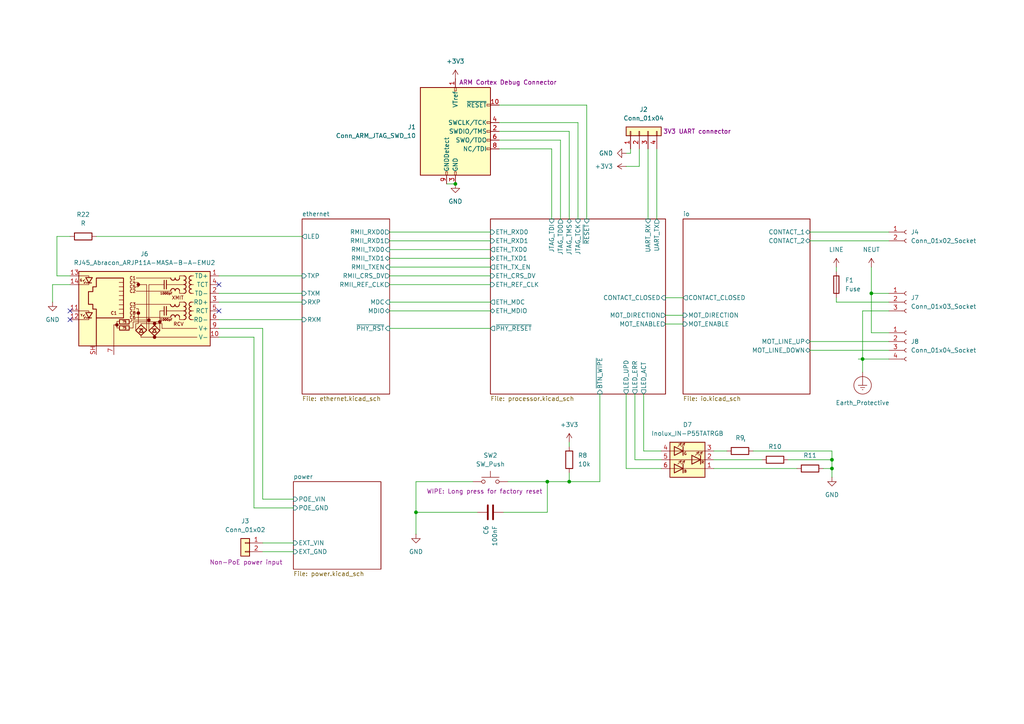
<source format=kicad_sch>
(kicad_sch (version 20250114) (generator "eeschema") (generator_version "9.0")
  (paper "A4")
  (title_block (title "iot-contact"))
  (lib_symbols
    (symbol "Connector:Conn_01x02_Socket" (pin_names (offset 1.016) (hide yes))
      (property "Reference" "J" (at 0 2.54 0))
      (property "Value" "Conn_01x02_Socket" (at 0 -5.08 0))
      (symbol "Conn_01x02_Socket_1_1"
        (polyline (pts (xy -1.27 0) (xy -0.508 0)) (stroke (width 0.1524)))
        (polyline (pts (xy -1.27 -2.54) (xy -0.508 -2.54)) (stroke (width 0.1524)))
        (arc (start 0 -0.508) (mid -0.5058 0) (end 0 0.508) (stroke (width 0.1524)))
        (arc (start 0 -3.048) (mid -0.5058 -2.54) (end 0 -2.032) (stroke (width 0.1524)))
        (pin passive line (at -5.08 0 0) (length 3.81) (name "Pin_1") (number "1"))
        (pin passive line (at -5.08 -2.54 0) (length 3.81) (name "Pin_2") (number "2"))
      )
    )
    (symbol "Connector:Conn_01x03_Socket" (pin_names (offset 1.016) (hide yes))
      (property "Reference" "J" (at 0 5.08 0))
      (property "Value" "Conn_01x03_Socket" (at 0 -5.08 0))
      (symbol "Conn_01x03_Socket_1_1"
        (polyline (pts (xy -1.27 2.54) (xy -0.508 2.54)) (stroke (width 0.1524)))
        (polyline (pts (xy -1.27 0) (xy -0.508 0)) (stroke (width 0.1524)))
        (polyline (pts (xy -1.27 -2.54) (xy -0.508 -2.54)) (stroke (width 0.1524)))
        (arc (start 0 2.032) (mid -0.5058 2.54) (end 0 3.048) (stroke (width 0.1524)))
        (arc (start 0 -0.508) (mid -0.5058 0) (end 0 0.508) (stroke (width 0.1524)))
        (arc (start 0 -3.048) (mid -0.5058 -2.54) (end 0 -2.032) (stroke (width 0.1524)))
        (pin passive line (at -5.08 2.54 0) (length 3.81) (name "Pin_1") (number "1"))
        (pin passive line (at -5.08 0 0) (length 3.81) (name "Pin_2") (number "2"))
        (pin passive line (at -5.08 -2.54 0) (length 3.81) (name "Pin_3") (number "3"))
      )
    )
    (symbol "Connector:Conn_01x04_Socket" (pin_names (offset 1.016) (hide yes))
      (property "Reference" "J" (at 0 5.08 0))
      (property "Value" "Conn_01x04_Socket" (at 0 -7.62 0))
      (symbol "Conn_01x04_Socket_1_1"
        (polyline (pts (xy -1.27 2.54) (xy -0.508 2.54)) (stroke (width 0.1524)))
        (polyline (pts (xy -1.27 0) (xy -0.508 0)) (stroke (width 0.1524)))
        (polyline (pts (xy -1.27 -2.54) (xy -0.508 -2.54)) (stroke (width 0.1524)))
        (polyline (pts (xy -1.27 -5.08) (xy -0.508 -5.08)) (stroke (width 0.1524)))
        (arc (start 0 2.032) (mid -0.5058 2.54) (end 0 3.048) (stroke (width 0.1524)))
        (arc (start 0 -0.508) (mid -0.5058 0) (end 0 0.508) (stroke (width 0.1524)))
        (arc (start 0 -3.048) (mid -0.5058 -2.54) (end 0 -2.032) (stroke (width 0.1524)))
        (arc (start 0 -5.588) (mid -0.5058 -5.08) (end 0 -4.572) (stroke (width 0.1524)))
        (pin passive line (at -5.08 2.54 0) (length 3.81) (name "Pin_1") (number "1"))
        (pin passive line (at -5.08 0 0) (length 3.81) (name "Pin_2") (number "2"))
        (pin passive line (at -5.08 -2.54 0) (length 3.81) (name "Pin_3") (number "3"))
        (pin passive line (at -5.08 -5.08 0) (length 3.81) (name "Pin_4") (number "4"))
      )
    )
    (symbol "Connector:Conn_ARM_JTAG_SWD_10" (pin_names (offset 1.016))
      (property "Reference" "J" (at -2.54 16.51 0))
      (property "Value" "Conn_ARM_JTAG_SWD_10" (at -2.54 13.97 0))
      (symbol "Conn_ARM_JTAG_SWD_10_0_1"
        (rectangle (start -10.16 12.7) (end 10.16 -12.7) (stroke (width 0.254)) (fill (type background)))
        (rectangle (start -2.794 -12.7) (end -2.286 -11.684))
        (rectangle (start -0.254 12.7) (end 0.254 11.684))
        (rectangle (start -0.254 -12.7) (end 0.254 -11.684))
        (rectangle (start 9.144 2.286) (end 10.16 2.794))
        (rectangle (start 10.16 7.874) (end 9.144 7.366))
        (rectangle (start 10.16 -0.254) (end 9.144 0.254))
        (rectangle (start 10.16 -2.794) (end 9.144 -2.286))
      )
      (symbol "Conn_ARM_JTAG_SWD_10_1_1"
        (rectangle (start 9.144 -5.334) (end 10.16 -4.826))
        (pin no_connect line (at -10.16 0 0) (length 2.54) (hide yes) (name "KEY") (number "7"))
        (pin passive line (at -2.54 -15.24 90) (length 2.54) (name "GNDDetect") (number "9"))
        (pin power_in line (at 0 15.24 270) (length 2.54) (name "VTref") (number "1"))
        (pin power_in line (at 0 -15.24 90) (length 2.54) (name "GND") (number "3"))
        (pin passive line (at 0 -15.24 90) (length 2.54) (hide yes) (name "GND") (number "5"))
        (pin open_collector line (at 12.7 7.62 180) (length 2.54) (name "~{RESET}") (number "10"))
        (pin output line (at 12.7 2.54 180) (length 2.54) (name "SWCLK/TCK") (number "4"))
        (pin bidirectional line (at 12.7 0 180) (length 2.54) (name "SWDIO/TMS") (number "2"))
        (pin input line (at 12.7 -2.54 180) (length 2.54) (name "SWO/TDO") (number "6"))
        (pin output line (at 12.7 -5.08 180) (length 2.54) (name "NC/TDI") (number "8"))
      )
    )
    (symbol "Connector:RJ45_Abracon_ARJP11A-MASA-B-A-EMU2"
      (property "Reference" "J" (at 18.415 12.7 0))
      (property "Value" "RJ45_Abracon_ARJP11A-MASA-B-A-EMU2" (at -4.445 12.7 0))
      (symbol "RJ45_Abracon_ARJP11A-MASA-B-A-EMU2_0_0"
        (polyline (pts (xy -5.08 8.89) (xy -5.08 6.35)) (stroke (width 0.254)))
        (polyline (pts (xy -5.08 1.27) (xy -5.08 -1.27)) (stroke (width 0.254)))
        (polyline (pts (xy -4.445 8.89) (xy -4.445 6.35)) (stroke (width 0.254)))
        (polyline (pts (xy -4.445 1.27) (xy -4.445 -1.27)) (stroke (width 0.254)))
        (circle (center -3.175 -3.175) (radius 0.0001) (stroke (width 0.508)))
        (circle (center -1.651 -3.683) (radius 0.0001) (stroke (width 0.508)))
        (circle (center -1.651 -7.62) (radius 0.0001) (stroke (width 0.508)))
        (circle (center 0 -2.667) (radius 0.0001) (stroke (width 0.508)))
        (circle (center 3.048 7.62) (radius 0.0001) (stroke (width 0.508)))
        (circle (center 3.048 -0.635) (radius 0.0001) (stroke (width 0.508)))
        (polyline (pts (xy 3.683 8.255) (xy 3.048 8.255) (xy 3.048 6.985) (xy 3.683 6.985)))
        (polyline (pts (xy 3.683 0.635) (xy 3.048 0.635) (xy 3.048 -0.635) (xy 3.683 -0.635)))
        (polyline (pts (xy 8.636 -4.953) (xy 9.271 -4.953) (xy 9.271 -3.048) (xy 8.636 -3.048)))
        (polyline (pts (xy 9.271 -4.064) (xy 10.16 -4.064)))
        (circle (center 9.271 -4.064) (radius 0.0001) (stroke (width 0.508)))
        (polyline (pts (xy 17.399 9.652) (xy 17.399 10.16) (xy 20.32 10.16)))
        (polyline (pts (xy 17.399 -0.508) (xy 17.399 0) (xy 20.32 0)))
        (polyline (pts (xy 20.32 7.62) (xy 17.399 7.62) (xy 17.399 8.128)))
        (polyline (pts (xy 20.32 -2.54) (xy 17.399 -2.54) (xy 17.399 -2.032)))
        (text "XMIT" (at -10.16 3.81 0) (effects (font (size 1.016 1.016)) (justify left)))
        (text "RCV" (at -10.16 -3.81 0) (effects (font (size 1.016 1.016)) (justify left)))
        (text "C1" (at 4.699 9.525 0) (effects (font (size 0.889 0.889))))
        (text "C4" (at 4.699 8.255 0) (effects (font (size 0.889 0.889))))
        (text "C5" (at 4.699 6.985 0) (effects (font (size 0.889 0.889))))
        (text "C2" (at 4.699 5.715 0) (effects (font (size 0.889 0.889))))
        (text "C3" (at 4.699 1.905 0) (effects (font (size 0.889 0.889))))
        (text "C7" (at 4.699 0.635 0) (effects (font (size 0.889 0.889))))
        (text "C8" (at 4.699 -0.635 0) (effects (font (size 0.889 0.889))))
        (text "C6" (at 4.699 -1.905 0) (effects (font (size 0.889 0.889))))
        (text "C1" (at 10.16 -0.635 0) (effects (font (size 0.889 0.889))))
      )
      (symbol "RJ45_Abracon_ARJP11A-MASA-B-A-EMU2_0_1"
        (rectangle (start -17.78 11.43) (end 20.32 -10.16) (stroke (width 0.254)) (fill (type background)))
        (polyline (pts (xy -12.3163 10.16) (xy -12.9513 10.16)))
        (polyline (pts (xy -12.3163 7.62) (xy -12.9513 7.62)))
        (polyline (pts (xy -12.3163 5.08) (xy -12.9513 5.08)))
        (polyline (pts (xy -12.3163 2.54) (xy -12.9513 2.54)))
        (polyline (pts (xy -12.3163 0) (xy -12.9513 0)))
        (polyline (pts (xy -12.3163 -2.54) (xy -12.9513 -2.54)))
        (polyline (pts (xy -10.16 10.16) (xy -8.89 10.16) (xy -8.89 9.525)))
        (polyline (pts (xy -10.16 2.54) (xy -8.89 2.54) (xy -8.89 1.905)))
        (polyline (pts (xy -8.89 5.715) (xy -8.89 5.08) (xy -10.16 5.08)))
        (polyline (pts (xy -8.89 -1.905) (xy -8.89 -2.54) (xy -10.16 -2.54)))
        (polyline (pts (xy -6.35 9.525) (xy 3.683 9.525)))
        (polyline (pts (xy -6.35 5.715) (xy 3.683 5.715)))
        (polyline (pts (xy -6.35 -1.905) (xy 3.683 -1.905)))
        (polyline (pts (xy -6.223 1.905) (xy 3.683 1.905)))
        (polyline (pts (xy -5.08 7.62) (xy -10.16 7.62)))
        (polyline (pts (xy -5.08 0) (xy -10.16 0)))
        (polyline (pts (xy -4.445 7.62) (xy 0 7.62) (xy 0 -5.715)))
        (polyline (pts (xy -4.445 0) (xy -3.175 0) (xy -3.175 -5.715)))
        (polyline (pts (xy 7.366 5.715) (xy 8.636 5.715)))
        (polyline (pts (xy 7.366 4.445) (xy 8.636 4.445)))
        (polyline (pts (xy 7.366 3.175) (xy 8.636 3.175)))
        (polyline (pts (xy 7.366 1.778) (xy 8.636 1.778)))
        (polyline (pts (xy 7.366 0.508) (xy 8.636 0.508)))
        (polyline (pts (xy 8.636 8.255) (xy 7.366 8.255)))
        (polyline (pts (xy 8.636 6.985) (xy 7.366 6.985)))
        (polyline (pts (xy 8.636 -0.762) (xy 7.366 -0.762)))
      )
      (symbol "RJ45_Abracon_ARJP11A-MASA-B-A-EMU2_1_0"
        (text "1000pF" (at -5.08 5.08 0) (effects (font (size 0.635 0.635))))
        (text "1000pF" (at -5.08 -2.54 0) (effects (font (size 0.635 0.635))))
      )
      (symbol "RJ45_Abracon_ARJP11A-MASA-B-A-EMU2_1_1"
        (polyline (pts (xy -13.97 -5.08) (xy -3.81 -5.08)))
        (polyline (pts (xy -13.97 -7.62) (xy 2.286 -7.62)))
        (arc (start -12.3163 2.54) (mid -11.684 1.905) (end -12.3163 1.27) (stroke (width 0.254)))
        (arc (start -12.3136 10.16) (mid -11.6813 9.525) (end -12.3136 8.89) (stroke (width 0.254)))
        (arc (start -12.3136 1.27) (mid -11.6813 0.635) (end -12.3136 0) (stroke (width 0.254)))
        (arc (start -12.3136 0) (mid -11.6813 -0.635) (end -12.3136 -1.27) (stroke (width 0.254)))
        (arc (start -12.3136 -1.27) (mid -11.6813 -1.905) (end -12.3136 -2.54) (stroke (width 0.254)))
        (arc (start -12.3109 8.89) (mid -11.6786 8.255) (end -12.3109 7.62) (stroke (width 0.254)))
        (arc (start -12.3109 7.62) (mid -11.6786 6.985) (end -12.3109 6.35) (stroke (width 0.254)))
        (arc (start -12.3109 6.35) (mid -11.6786 5.715) (end -12.3109 5.08) (stroke (width 0.254)))
        (arc (start -10.1654 8.89) (mid -10.7977 9.525) (end -10.1654 10.16) (stroke (width 0.254)))
        (arc (start -10.1654 7.62) (mid -10.7977 8.255) (end -10.1654 8.89) (stroke (width 0.254)))
        (arc (start -10.1654 6.35) (mid -10.7977 6.985) (end -10.1654 7.62) (stroke (width 0.254)))
        (arc (start -10.1654 1.27) (mid -10.7977 1.905) (end -10.1654 2.54) (stroke (width 0.254)))
        (arc (start -10.1654 0) (mid -10.7977 0.635) (end -10.1654 1.27) (stroke (width 0.254)))
        (arc (start -10.1654 -1.27) (mid -10.7977 -0.635) (end -10.1654 0) (stroke (width 0.254)))
        (arc (start -10.1627 5.08) (mid -10.795 5.715) (end -10.1627 6.35) (stroke (width 0.254)))
        (arc (start -10.1627 -2.54) (mid -10.795 -1.905) (end -10.1627 -1.27) (stroke (width 0.254)))
        (arc (start -7.62 9.5223) (mid -8.255 8.89) (end -8.89 9.5223) (stroke (width 0.254)))
        (arc (start -8.89 5.8447) (mid -8.255 6.477) (end -7.62 5.8447) (stroke (width 0.254)))
        (arc (start -8.89 -1.7753) (mid -8.255 -1.143) (end -7.62 -1.7753) (stroke (width 0.254)))
        (arc (start -7.5565 1.8388) (mid -8.1915 1.2065) (end -8.8265 1.8388) (stroke (width 0.254)))
        (arc (start -6.35 9.525) (mid -6.985 8.8927) (end -7.62 9.525) (stroke (width 0.254)))
        (arc (start -7.62 5.8474) (mid -6.985 6.4797) (end -6.35 5.8474) (stroke (width 0.254)))
        (arc (start -7.62 -1.7726) (mid -6.985 -1.1403) (end -6.35 -1.7726) (stroke (width 0.254)))
        (arc (start -6.2865 1.8415) (mid -6.9215 1.2092) (end -7.5565 1.8415) (stroke (width 0.254)))
        (polyline (pts (xy -3.81 -5.08) (xy -3.81 -3.683) (xy -1.651 -3.683)))
        (polyline (pts (xy -2.159 -5.207) (xy -1.016 -5.207)) (stroke (width 0.254)))
        (polyline (pts (xy -2.159 -6.223) (xy -1.016 -6.223) (xy -1.651 -5.207) (xy -2.159 -6.223)) (stroke (width 0.254)))
        (polyline (pts (xy -1.905 -3.683) (xy -1.651 -3.683) (xy -1.651 -4.191)))
        (polyline (pts (xy -1.651 -3.683) (xy 2.286 -3.683) (xy 2.286 -4.064)))
        (polyline (pts (xy -1.651 -4.191) (xy -3.175 -5.715) (xy -1.651 -7.239) (xy 0 -5.715) (xy -1.651 -4.191)) (stroke (width 0.254)))
        (polyline (pts (xy -1.651 -7.239) (xy -1.651 -7.493)))
        (polyline (pts (xy 1.651 -5.207) (xy 2.794 -5.207)) (stroke (width 0.254)))
        (polyline (pts (xy 1.651 -6.223) (xy 2.794 -6.223) (xy 2.159 -5.207) (xy 1.651 -6.223)) (stroke (width 0.254)))
        (polyline (pts (xy 2.286 -4.064) (xy 0.635 -5.588) (xy 2.286 -7.112) (xy 3.81 -5.715) (xy 2.286 -4.064)) (stroke (width 0.254)))
        (polyline (pts (xy 2.286 -7.112) (xy 2.286 -7.62)))
        (polyline (pts (xy 3.048 7.62) (xy 0.635 7.62) (xy 0.635 -5.588)))
        (polyline (pts (xy 3.048 -0.508) (xy 3.048 -3.683) (xy 3.81 -3.683) (xy 3.81 -5.715)))
        (polyline (pts (xy 5.715 -3.175) (xy 5.08 -3.175) (xy 5.08 -2.667) (xy 0 -2.667)))
        (polyline (pts (xy 5.715 -4.953) (xy 4.572 -4.953) (xy 4.572 -3.175) (xy -3.175 -3.175)))
        (polyline (pts (xy 7.366 -2.032) (xy 7.366 9.525) (xy 15.24 9.525) (xy 15.24 6.985) (xy 16.256 6.985) (xy 16.256 5.588) (xy 17.526 5.588) (xy 17.526 1.905) (xy 16.256 1.905) (xy 16.256 0.508) (xy 15.24 0.508) (xy 15.24 -2.032) (xy 7.366 -2.032)) (stroke (width 0.254)))
        (rectangle (start 8.509 -3.81) (end 5.715 -2.54) (stroke (width 0.254)))
        (rectangle (start 8.509 -5.588) (end 5.715 -4.318) (stroke (width 0.254)))
        (polyline (pts (xy 10.16 -4.064) (xy 10.16 -10.16)))
        (polyline (pts (xy 15.24 -10.16) (xy 15.24 -2.032)) (stroke (width 0.254)))
        (polyline (pts (xy 18.161 8.128) (xy 16.637 8.128)) (stroke (width 0.254)))
        (polyline (pts (xy 18.161 -2.032) (xy 16.637 -2.032)) (stroke (width 0.254)))
        (polyline (pts (xy 18.288 9.652) (xy 16.383 9.652) (xy 17.399 8.128) (xy 18.288 9.652)) (stroke (width 0.254)))
        (polyline (pts (xy 18.288 8.509) (xy 18.796 8.001) (xy 18.542 8.001)))
        (polyline (pts (xy 18.288 -0.508) (xy 16.383 -0.508) (xy 17.399 -2.032) (xy 18.288 -0.508)) (stroke (width 0.254)))
        (polyline (pts (xy 18.288 -1.651) (xy 18.796 -2.159) (xy 18.542 -2.159)))
        (polyline (pts (xy 18.542 9.144) (xy 19.05 8.636) (xy 18.796 8.636)))
        (polyline (pts (xy 18.542 -1.016) (xy 19.05 -1.524) (xy 18.796 -1.524)))
        (polyline (pts (xy 18.796 8.001) (xy 18.796 8.255)))
        (polyline (pts (xy 18.796 -2.159) (xy 18.796 -1.905)))
        (polyline (pts (xy 19.05 8.636) (xy 19.05 8.89)))
        (polyline (pts (xy 19.05 -1.524) (xy 19.05 -1.27)))
        (text "75" (at 7.112 -3.175 0) (effects (font (size 0.635 0.635))))
        (text "75" (at 7.112 -4.953 0) (effects (font (size 0.635 0.635))))
        (text "Y" (at 19.558 -1.27 0) (effects (font (size 0.635 0.635))))
        (text "G" (at 19.685 8.89 0) (effects (font (size 0.635 0.635))))
        (pin passive line (at -20.32 10.16 0) (length 2.54) (name "TD+") (number "1"))
        (pin passive line (at -20.32 7.62 0) (length 2.54) (name "TCT") (number "4"))
        (pin passive line (at -20.32 5.08 0) (length 2.54) (name "TD-") (number "2"))
        (pin passive line (at -20.32 2.54 0) (length 2.54) (name "RD+") (number "3"))
        (pin passive line (at -20.32 0 0) (length 2.54) (name "RCT") (number "5"))
        (pin passive line (at -20.32 -2.54 0) (length 2.54) (name "RD-") (number "6"))
        (pin power_out line (at -20.32 -5.08 0) (length 2.54) (name "V+") (number "9"))
        (pin power_out line (at -20.32 -7.62 0) (length 2.54) (name "V-") (number "10"))
        (pin power_in line (at 10.16 -12.7 90) (length 2.54) (name "") (number "7"))
        (pin passive line (at 15.24 -12.7 90) (length 2.54) (name "") (number "SH"))
        (pin no_connect line (at 20.32 5.08 0) (length 0) (hide yes) (name "NC") (number "8"))
        (pin passive line (at 22.86 10.16 180) (length 2.54) (name "") (number "13"))
        (pin passive line (at 22.86 7.62 180) (length 2.54) (name "") (number "14"))
        (pin passive line (at 22.86 0 180) (length 2.54) (name "") (number "11"))
        (pin passive line (at 22.86 -2.54 180) (length 2.54) (name "") (number "12"))
      )
    )
    (symbol "Connector_Generic:Conn_01x02" (pin_names (offset 1.016) (hide yes))
      (property "Reference" "J" (at 0 2.54 0))
      (property "Value" "Conn_01x02" (at 0 -5.08 0))
      (symbol "Conn_01x02_1_1"
        (rectangle (start -1.27 1.27) (end 1.27 -3.81) (stroke (width 0.254)) (fill (type background)))
        (rectangle (start -1.27 0.127) (end 0 -0.127) (stroke (width 0.1524)))
        (rectangle (start -1.27 -2.413) (end 0 -2.667) (stroke (width 0.1524)))
        (pin passive line (at -5.08 0 0) (length 3.81) (name "Pin_1") (number "1"))
        (pin passive line (at -5.08 -2.54 0) (length 3.81) (name "Pin_2") (number "2"))
      )
    )
    (symbol "Connector_Generic:Conn_01x04" (pin_names (offset 1.016) (hide yes))
      (property "Reference" "J" (at 0 5.08 0))
      (property "Value" "Conn_01x04" (at 0 -7.62 0))
      (symbol "Conn_01x04_1_1"
        (rectangle (start -1.27 3.81) (end 1.27 -6.35) (stroke (width 0.254)) (fill (type background)))
        (rectangle (start -1.27 2.667) (end 0 2.413) (stroke (width 0.1524)))
        (rectangle (start -1.27 0.127) (end 0 -0.127) (stroke (width 0.1524)))
        (rectangle (start -1.27 -2.413) (end 0 -2.667) (stroke (width 0.1524)))
        (rectangle (start -1.27 -4.953) (end 0 -5.207) (stroke (width 0.1524)))
        (pin passive line (at -5.08 2.54 0) (length 3.81) (name "Pin_1") (number "1"))
        (pin passive line (at -5.08 0 0) (length 3.81) (name "Pin_2") (number "2"))
        (pin passive line (at -5.08 -2.54 0) (length 3.81) (name "Pin_3") (number "3"))
        (pin passive line (at -5.08 -5.08 0) (length 3.81) (name "Pin_4") (number "4"))
      )
    )
    (symbol "Device:C" (pin_numbers (hide yes)) (pin_names (offset 0.254))
      (property "Reference" "C" (at 0.635 2.54 0))
      (property "Value" "C" (at 0.635 -2.54 0))
      (symbol "C_0_1"
        (polyline (pts (xy -2.032 0.762) (xy 2.032 0.762)) (stroke (width 0.508)))
        (polyline (pts (xy -2.032 -0.762) (xy 2.032 -0.762)) (stroke (width 0.508)))
      )
      (symbol "C_1_1"
        (pin passive line (at 0 3.81 270) (length 2.794) (name "~") (number "1"))
        (pin passive line (at 0 -3.81 90) (length 2.794) (name "~") (number "2"))
      )
    )
    (symbol "Device:Fuse" (pin_numbers (hide yes)) (pin_names (offset 0))
      (property "Reference" "F" (at 2.032 0 90))
      (property "Value" "Fuse" (at -1.905 0 90))
      (symbol "Fuse_0_1"
        (rectangle (start -0.762 -2.54) (end 0.762 2.54) (stroke (width 0.254)))
        (polyline (pts (xy 0 2.54) (xy 0 -2.54)))
      )
      (symbol "Fuse_1_1"
        (pin passive line (at 0 3.81 270) (length 1.27) (name "~") (number "1"))
        (pin passive line (at 0 -3.81 90) (length 1.27) (name "~") (number "2"))
      )
    )
    (symbol "Device:R" (pin_numbers (hide yes)) (pin_names (offset 0))
      (property "Reference" "R" (at 2.032 0 90))
      (property "Value" "R" (at 0 0 90))
      (symbol "R_0_1"
        (rectangle (start -1.016 -2.54) (end 1.016 2.54) (stroke (width 0.254)))
      )
      (symbol "R_1_1"
        (pin passive line (at 0 3.81 270) (length 1.27) (name "~") (number "1"))
        (pin passive line (at 0 -3.81 90) (length 1.27) (name "~") (number "2"))
      )
    )
    (symbol "LED:Inolux_IN-P55TATRGB" (pin_names (hide yes))
      (property "Reference" "D" (at -5.08 6.35 0))
      (property "Value" "Inolux_IN-P55TATRGB" (at -5.08 -6.35 0))
      (symbol "Inolux_IN-P55TATRGB_0_0"
        (text "B" (at -0.635 -3.3274 0) (effects (font (size 0.762 0.762))))
      )
      (symbol "Inolux_IN-P55TATRGB_0_1"
        (rectangle (start -5.08 5.08) (end 5.08 -5.08) (stroke (width 0.254)) (fill (type background)))
        (polyline (pts (xy -5.08 2.54) (xy 5.08 2.54)))
        (polyline (pts (xy -5.08 0) (xy 5.08 0)))
        (polyline (pts (xy -5.08 -2.54) (xy 5.08 -2.54)))
        (polyline (pts (xy -3.81 3.81) (xy -3.81 1.27) (xy -1.27 2.54) (xy -3.81 3.81)) (stroke (width 0.254)))
        (polyline (pts (xy -3.81 -1.27) (xy -3.81 -3.81) (xy -1.27 -2.54) (xy -3.81 -1.27)) (stroke (width 0.254)))
        (polyline (pts (xy -2.794 3.81) (xy -1.778 4.826)))
        (polyline (pts (xy -2.794 -1.27) (xy -1.778 -0.254)))
        (polyline (pts (xy -2.54 4.572) (xy -1.778 4.826) (xy -2.032 4.064)))
        (polyline (pts (xy -2.032 -1.016) (xy -1.778 -0.254) (xy -2.54 -0.508)))
        (polyline (pts (xy -1.778 3.81) (xy -0.762 4.826)))
        (polyline (pts (xy -1.778 -1.27) (xy -0.762 -0.254)))
        (polyline (pts (xy -1.524 4.572) (xy -0.762 4.826) (xy -1.016 4.064)))
        (polyline (pts (xy -1.524 -0.508) (xy -0.762 -0.254) (xy -1.016 -1.016)))
        (polyline (pts (xy -1.27 3.81) (xy -1.27 1.27)) (stroke (width 0.254)))
        (polyline (pts (xy -1.27 -1.27) (xy -1.27 -3.81)) (stroke (width 0.254)))
        (polyline (pts (xy 1.27 1.27) (xy 1.27 -1.27) (xy 3.81 0) (xy 1.27 1.27)) (stroke (width 0.254)))
        (polyline (pts (xy 2.286 1.27) (xy 3.302 2.286)))
        (polyline (pts (xy 3.048 1.524) (xy 3.302 2.286) (xy 2.54 2.032)))
        (polyline (pts (xy 3.302 1.27) (xy 4.318 2.286)))
        (polyline (pts (xy 3.556 2.032) (xy 4.318 2.286) (xy 4.064 1.524)))
        (polyline (pts (xy 3.81 1.27) (xy 3.81 -1.27)) (stroke (width 0.254)))
      )
      (symbol "Inolux_IN-P55TATRGB_1_0"
        (text "G" (at -0.635 1.8034 0) (effects (font (size 0.762 0.762))))
        (text "R" (at 4.4196 -0.7112 0) (effects (font (size 0.762 0.762))))
      )
      (symbol "Inolux_IN-P55TATRGB_1_1"
        (pin passive line (at -7.62 2.54 0) (length 2.54) (name "AG") (number "4"))
        (pin passive line (at -7.62 0 0) (length 2.54) (name "AR") (number "5"))
        (pin passive line (at -7.62 -2.54 0) (length 2.54) (name "AB") (number "6"))
        (pin passive line (at 7.62 2.54 180) (length 2.54) (name "KG") (number "3"))
        (pin passive line (at 7.62 0 180) (length 2.54) (name "KR") (number "2"))
        (pin passive line (at 7.62 -2.54 180) (length 2.54) (name "KB") (number "1"))
      )
    )
    (symbol "Switch:SW_Push" (pin_numbers (hide yes)) (pin_names (offset 1.016) (hide yes))
      (property "Reference" "SW" (at 1.27 2.54 0))
      (property "Value" "SW_Push" (at 0 -1.524 0))
      (symbol "SW_Push_0_1"
        (circle (center -2.032 0) (radius 0.508))
        (polyline (pts (xy 0 1.27) (xy 0 3.048)))
        (circle (center 2.032 0) (radius 0.508))
        (polyline (pts (xy 2.54 1.27) (xy -2.54 1.27)))
        (pin passive line (at -5.08 0 0) (length 2.54) (name "1") (number "1"))
        (pin passive line (at 5.08 0 180) (length 2.54) (name "2") (number "2"))
      )
    )
    (symbol "power:+3V3" (power) (pin_numbers (hide yes)) (pin_names (offset 0) (hide yes))
      (property "Value" "+3V3" (at 0 3.556 0))
      (symbol "+3V3_0_1"
        (polyline (pts (xy -0.762 1.27) (xy 0 2.54)))
        (polyline (pts (xy 0 2.54) (xy 0.762 1.27)))
        (polyline (pts (xy 0 0) (xy 0 2.54)))
      )
      (symbol "+3V3_1_1"
        (pin power_in line (at 0 0 90) (length 0) (name "~") (number "1"))
      )
    )
    (symbol "power:Earth_Protective" (power) (pin_numbers (hide yes)) (pin_names (offset 0) (hide yes))
      (property "Value" "Earth_Protective" (at 0 -7.62 0))
      (symbol "Earth_Protective_0_1"
        (polyline (pts (xy -0.635 -4.445) (xy 0.635 -4.445)))
        (polyline (pts (xy -0.127 -5.08) (xy 0.127 -5.08)))
        (polyline (pts (xy 0 -3.81) (xy 0 0)))
        (circle (center 0 -3.81) (radius 2.54))
        (polyline (pts (xy 1.27 -3.81) (xy -1.27 -3.81)))
      )
      (symbol "Earth_Protective_1_1"
        (pin power_in line (at 0 0 270) (length 0) (name "~") (number "1"))
      )
    )
    (symbol "power:GND" (power) (pin_numbers (hide yes)) (pin_names (offset 0) (hide yes))
      (property "Value" "GND" (at 0 -3.81 0))
      (symbol "GND_0_1"
        (polyline (pts (xy 0 0) (xy 0 -1.27) (xy 1.27 -1.27) (xy 0 -2.54) (xy -1.27 -1.27) (xy 0 -1.27)))
      )
      (symbol "GND_1_1"
        (pin power_in line (at 0 0 270) (length 0) (name "~") (number "1"))
      )
    )
    (symbol "power:LINE" (power) (pin_numbers (hide yes)) (pin_names (offset 0) (hide yes))
      (property "Value" "LINE" (at 0 3.556 0))
      (symbol "LINE_0_1"
        (polyline (pts (xy -0.762 1.27) (xy 0 2.54)))
        (polyline (pts (xy 0 2.54) (xy 0.762 1.27)))
        (polyline (pts (xy 0 0) (xy 0 2.54)))
      )
      (symbol "LINE_1_1"
        (pin power_in line (at 0 0 90) (length 0) (name "~") (number "1"))
      )
    )
    (symbol "power:NEUT" (power) (pin_numbers (hide yes)) (pin_names (offset 0) (hide yes))
      (property "Value" "NEUT" (at 0 3.556 0))
      (symbol "NEUT_0_1"
        (polyline (pts (xy -0.762 1.27) (xy 0 2.54)))
        (polyline (pts (xy 0 2.54) (xy 0.762 1.27)))
        (polyline (pts (xy 0 0) (xy 0 2.54)))
      )
      (symbol "NEUT_1_1"
        (pin power_in line (at 0 0 90) (length 0) (name "~") (number "1"))
      )
    )
  )
  (junction (at 120.65 148.59))
  (junction (at 250.19 104.14))
  (junction (at 241.3 133.35))
  (junction (at 165.1 139.7))
  (junction (at 158.75 139.7))
  (junction (at 241.3 135.89))
  (junction (at 252.73 85.09))
  (junction (at 132.08 53.34))
  (no_connect (at 63.5 90.17))
  (no_connect (at 63.5 82.55))
  (no_connect (at 20.32 90.17))
  (no_connect (at 20.32 92.71))
  (wire (pts (xy 162.56 40.64) (xy 162.56 63.5)))
  (wire (pts (xy 190.5 43.18) (xy 190.5 63.5)))
  (wire (pts (xy 120.65 139.7) (xy 137.16 139.7)))
  (wire (pts (xy 120.65 139.7) (xy 120.65 148.59)))
  (wire (pts (xy 234.95 99.06) (xy 257.81 99.06)))
  (wire (pts (xy 257.81 96.52) (xy 252.73 96.52)))
  (wire (pts (xy 113.03 69.85) (xy 142.24 69.85)))
  (wire (pts (xy 250.19 104.14) (xy 248.92 104.14)))
  (wire (pts (xy 234.95 67.31) (xy 257.81 67.31)))
  (wire (pts (xy 113.03 74.93) (xy 142.24 74.93)))
  (wire (pts (xy 228.6 133.35) (xy 241.3 133.35)))
  (wire (pts (xy 181.61 114.3) (xy 181.61 135.89)))
  (wire (pts (xy 185.42 48.26) (xy 181.61 48.26)))
  (wire (pts (xy 158.75 148.59) (xy 158.75 139.7)))
  (wire (pts (xy 207.01 130.81) (xy 210.82 130.81)))
  (wire (pts (xy 147.32 139.7) (xy 158.75 139.7)))
  (wire (pts (xy 113.03 95.25) (xy 142.24 95.25)))
  (wire (pts (xy 241.3 135.89) (xy 241.3 138.43)))
  (wire (pts (xy 20.32 82.55) (xy 15.24 82.55)))
  (wire (pts (xy 181.61 135.89) (xy 191.77 135.89)))
  (wire (pts (xy 144.78 35.56) (xy 167.64 35.56)))
  (wire (pts (xy 165.1 139.7) (xy 158.75 139.7)))
  (wire (pts (xy 193.04 86.36) (xy 198.12 86.36)))
  (wire (pts (xy 144.78 30.48) (xy 170.18 30.48)))
  (wire (pts (xy 170.18 30.48) (xy 170.18 63.5)))
  (wire (pts (xy 16.51 68.58) (xy 16.51 80.01)))
  (wire (pts (xy 173.99 114.3) (xy 173.99 139.7)))
  (wire (pts (xy 27.94 68.58) (xy 87.63 68.58)))
  (wire (pts (xy 186.69 130.81) (xy 191.77 130.81)))
  (wire (pts (xy 113.03 77.47) (xy 142.24 77.47)))
  (wire (pts (xy 234.95 69.85) (xy 257.81 69.85)))
  (wire (pts (xy 186.69 114.3) (xy 186.69 130.81)))
  (wire (pts (xy 129.54 53.34) (xy 132.08 53.34)))
  (wire (pts (xy 16.51 80.01) (xy 20.32 80.01)))
  (wire (pts (xy 144.78 40.64) (xy 162.56 40.64)))
  (wire (pts (xy 241.3 133.35) (xy 241.3 135.89)))
  (wire (pts (xy 73.66 97.79) (xy 73.66 147.32)))
  (wire (pts (xy 238.76 135.89) (xy 241.3 135.89)))
  (wire (pts (xy 181.61 44.45) (xy 182.88 44.45)))
  (wire (pts (xy 252.73 85.09) (xy 257.81 85.09)))
  (wire (pts (xy 187.96 43.18) (xy 187.96 63.5)))
  (wire (pts (xy 63.5 95.25) (xy 76.2 95.25)))
  (wire (pts (xy 63.5 92.71) (xy 87.63 92.71)))
  (wire (pts (xy 242.57 77.47) (xy 242.57 78.74)))
  (wire (pts (xy 250.19 104.14) (xy 250.19 90.17)))
  (wire (pts (xy 185.42 43.18) (xy 185.42 48.26)))
  (wire (pts (xy 252.73 85.09) (xy 252.73 96.52)))
  (wire (pts (xy 144.78 43.18) (xy 160.02 43.18)))
  (wire (pts (xy 165.1 128.27) (xy 165.1 129.54)))
  (wire (pts (xy 165.1 137.16) (xy 165.1 139.7)))
  (wire (pts (xy 182.88 44.45) (xy 182.88 43.18)))
  (wire (pts (xy 120.65 148.59) (xy 120.65 154.94)))
  (wire (pts (xy 76.2 160.02) (xy 85.09 160.02)))
  (wire (pts (xy 165.1 38.1) (xy 165.1 63.5)))
  (wire (pts (xy 113.03 67.31) (xy 142.24 67.31)))
  (wire (pts (xy 218.44 130.81) (xy 241.3 130.81)))
  (wire (pts (xy 63.5 97.79) (xy 73.66 97.79)))
  (wire (pts (xy 193.04 91.44) (xy 198.12 91.44)))
  (wire (pts (xy 76.2 144.78) (xy 85.09 144.78)))
  (wire (pts (xy 184.15 133.35) (xy 191.77 133.35)))
  (wire (pts (xy 113.03 80.01) (xy 142.24 80.01)))
  (wire (pts (xy 173.99 139.7) (xy 165.1 139.7)))
  (wire (pts (xy 167.64 35.56) (xy 167.64 63.5)))
  (wire (pts (xy 63.5 80.01) (xy 87.63 80.01)))
  (wire (pts (xy 250.19 104.14) (xy 257.81 104.14)))
  (wire (pts (xy 250.19 107.95) (xy 250.19 104.14)))
  (wire (pts (xy 113.03 87.63) (xy 142.24 87.63)))
  (wire (pts (xy 113.03 90.17) (xy 142.24 90.17)))
  (wire (pts (xy 144.78 38.1) (xy 165.1 38.1)))
  (wire (pts (xy 250.19 90.17) (xy 257.81 90.17)))
  (wire (pts (xy 252.73 77.47) (xy 252.73 85.09)))
  (wire (pts (xy 160.02 43.18) (xy 160.02 63.5)))
  (wire (pts (xy 242.57 86.36) (xy 242.57 87.63)))
  (wire (pts (xy 76.2 157.48) (xy 85.09 157.48)))
  (wire (pts (xy 113.03 82.55) (xy 142.24 82.55)))
  (wire (pts (xy 184.15 114.3) (xy 184.15 133.35)))
  (wire (pts (xy 207.01 133.35) (xy 220.98 133.35)))
  (wire (pts (xy 193.04 93.98) (xy 198.12 93.98)))
  (wire (pts (xy 73.66 147.32) (xy 85.09 147.32)))
  (wire (pts (xy 234.95 101.6) (xy 257.81 101.6)))
  (wire (pts (xy 241.3 130.81) (xy 241.3 133.35)))
  (wire (pts (xy 20.32 68.58) (xy 16.51 68.58)))
  (wire (pts (xy 146.05 148.59) (xy 158.75 148.59)))
  (wire (pts (xy 113.03 72.39) (xy 142.24 72.39)))
  (wire (pts (xy 242.57 87.63) (xy 257.81 87.63)))
  (wire (pts (xy 15.24 82.55) (xy 15.24 87.63)))
  (wire (pts (xy 76.2 95.25) (xy 76.2 144.78)))
  (wire (pts (xy 138.43 148.59) (xy 120.65 148.59)))
  (wire (pts (xy 63.5 85.09) (xy 87.63 85.09)))
  (wire (pts (xy 207.01 135.89) (xy 231.14 135.89)))
  (wire (pts (xy 63.5 87.63) (xy 87.63 87.63)))
  (symbol (lib_id "Device:R") (at 234.95 135.89 270) (unit 1)
    (property "Reference" "R11" (at 234.95 132.08 90))
    (property "Description" "Resistor" (effects (hide yes)))
  )
  (symbol (lib_id "Connector:RJ45_Abracon_ARJP11A-MASA-B-A-EMU2") (at 43.18 90.17 0) (mirror y) (unit 1)
    (property "Reference" "J6" (at 41.91 73.66 0))
    (property "Value" "RJ45_Abracon_ARJP11A-MASA-B-A-EMU2" (at 41.91 76.2 0))
    (property "Footprint" "Connector_RJ:RJ45_Abracon_ARJP11A-MA_Horizontal" (effects (hide yes)))
    (property "Datasheet" "https://abracon.com/Magnetics/lan/ARJP11A.PDF" (effects (hide yes)))
    (property "Description" "RJ45 PoE 10/100 Base-TX Jack with Magnetic Module" (effects (hide yes)))
  )
  (symbol (lib_id "Connector:Conn_01x04_Socket") (at 262.89 99.06 0) (unit 1)
    (property "Reference" "J8" (at 264.16 99.0599 0) (effects (justify left)))
    (property "Value" "Conn_01x04_Socket" (at 264.16 101.5999 0) (effects (justify left)))
    (property "Footprint" "TerminalBlock_WAGO:TerminalBlock_WAGO_236-404_1x04_P5.00mm_45Degree" (effects (hide yes)))
    (property "Description" "Generic connector, single row, 01x04, script generated" (effects (hide yes)))
  )
  (symbol (lib_id "Switch:SW_Push") (at 142.24 139.7 0) (mirror y) (unit 1)
    (property "Reference" "SW2" (at 142.24 132.08 0))
    (property "Value" "SW_Push" (at 142.24 134.62 0))
    (property "Footprint" "Button_Switch_SMD:SW_SPST_TL3305B" (effects (hide yes)))
    (property "Datasheet" "https://www.e-switch.com/wp-content/uploads/2024/08/TL3305.pdf" (effects (hide yes)))
    (property "Description" "WIPE: Long press for factory reset" (at 123.698 142.494 0) (effects (justify right)))
    (property "MPN" "TL3305BF260QG" (effects (hide yes)))
    (property "Manufacturer" "E-Switch" (effects (hide yes)))
  )
  (symbol (lib_id "Connector_Generic:Conn_01x04") (at 185.42 38.1 90) (unit 1)
    (property "Reference" "J2" (at 186.69 31.75 90))
    (property "Value" "Conn_01x04" (at 186.69 34.29 90))
    (property "Footprint" "Connector_PinHeader_2.54mm:PinHeader_1x04_P2.54mm_Vertical" (effects (hide yes)))
    (property "Description" "3V3 UART connector" (at 202.184 38.1 90))
  )
  (symbol (lib_id "LED:Inolux_IN-P55TATRGB") (at 199.39 133.35 0) (unit 1)
    (property "Reference" "D7" (at 199.39 123.19 0))
    (property "Value" "Inolux_IN-P55TATRGB" (at 199.39 125.73 0))
    (property "Footprint" "LED_SMD:LED_Inolux_IN-P55TATRGB_PLCC6_5.0x5.5mm_P1.8mm" (effects (hide yes)))
    (property "Datasheet" "https://www.inolux-corp.com/datasheet/SMDLED/RGB%20Top%20View/IN-P55TATRGB.pdf" (effects (hide yes)))
    (property "Description" "Inolux RGB LED, PLCC-6" (effects (hide yes)))
  )
  (symbol (lib_id "Connector:Conn_01x03_Socket") (at 262.89 87.63 0) (unit 1)
    (property "Reference" "J7" (at 264.16 86.3599 0) (effects (justify left)))
    (property "Value" "Conn_01x03_Socket" (at 264.16 88.8999 0) (effects (justify left)))
    (property "Footprint" "TerminalBlock_WAGO:TerminalBlock_WAGO_236-403_1x03_P5.00mm_45Degree" (effects (hide yes)))
    (property "Description" "Generic connector, single row, 01x03, script generated" (effects (hide yes)))
  )
  (symbol (lib_id "Device:R") (at 165.1 133.35 0) (unit 1)
    (property "Reference" "R8" (at 167.64 132.0799 0) (effects (justify left)))
    (property "Value" "10k" (at 167.64 134.6199 0) (effects (justify left)))
    (property "Description" "Resistor" (effects (hide yes)))
  )
  (symbol (lib_id "power:NEUT") (at 252.73 77.47 0) (unit 1)
    (property "Reference" "#PWR027" (effects (hide yes)))
    (property "Value" "NEUT" (at 252.73 72.39 0))
    (property "Description" "Power symbol creates a global label with name \"NEUT\"" (effects (hide yes)))
  )
  (symbol (lib_id "Connector:Conn_ARM_JTAG_SWD_10") (at 132.08 38.1 0) (unit 1)
    (property "Reference" "J1" (at 120.65 36.8299 0) (effects (justify right)))
    (property "Value" "Conn_ARM_JTAG_SWD_10" (at 120.65 39.3699 0) (effects (justify right)))
    (property "Datasheet" "https://mm.digikey.com/Volume0/opasdata/d220001/medias/docus/6209/ftsh-1xx-xx-xxx-dv-xxx-xxx-x-xx-mkt.pdf" (effects (hide yes)))
    (property "Description" "ARM Cortex Debug Connector" (at 147.32 23.876 0))
    (property "MPN" "FTSH-105-01-L-DV-007-K-TR" (effects (hide yes)))
    (property "Manufacturer" "samtec" (effects (hide yes)))
  )
  (symbol (lib_id "Device:Fuse") (at 242.57 82.55 0) (unit 1)
    (property "Reference" "F1" (at 245.11 81.2799 0) (effects (justify left)))
    (property "Value" "Fuse" (at 245.11 83.8199 0) (effects (justify left)))
    (property "Description" "Fuse" (effects (hide yes)))
  )
  (symbol (lib_id "Connector_Generic:Conn_01x02") (at 71.12 157.48 0) (mirror y) (unit 1)
    (property "Reference" "J3" (at 71.12 151.13 0))
    (property "Value" "Conn_01x02" (at 71.12 153.67 0))
    (property "Footprint" "Connector_PinHeader_2.54mm:PinHeader_1x02_P2.54mm_Vertical" (effects (hide yes)))
    (property "Description" "Non-PoE power input" (at 71.374 163.068 0))
  )
  (symbol (lib_id "power:GND") (at 120.65 154.94 0) (unit 1)
    (property "Reference" "#PWR04" (effects (hide yes)))
    (property "Value" "GND" (at 120.65 160.02 0))
    (property "Description" "Power symbol creates a global label with name \"GND\" , ground" (effects (hide yes)))
  )
  (symbol (lib_id "power:+3V3") (at 181.61 48.26 90) (unit 1)
    (property "Reference" "#PWR06" (effects (hide yes)))
    (property "Value" "+3V3" (at 177.8 48.2599 90) (effects (justify left)))
    (property "Description" "Power symbol creates a global label with name \"+3V3\"" (effects (hide yes)))
  )
  (symbol (lib_id "power:+3V3") (at 165.1 128.27 0) (unit 1)
    (property "Reference" "#PWR013" (effects (hide yes)))
    (property "Value" "+3V3" (at 165.1 123.19 0))
    (property "Description" "Power symbol creates a global label with name \"+3V3\"" (effects (hide yes)))
  )
  (symbol (lib_id "Device:R") (at 214.63 130.81 90) (unit 1)
    (property "Reference" "R9" (at 214.63 127 90))
    (property "Value" "~" (at 215.8999 128.27 0) (effects (justify left)))
    (property "Description" "Resistor" (effects (hide yes)))
  )
  (symbol (lib_id "power:GND") (at 132.08 53.34 0) (unit 1)
    (property "Reference" "#PWR02" (effects (hide yes)))
    (property "Value" "GND" (at 132.08 58.42 0))
    (property "Description" "Power symbol creates a global label with name \"GND\" , ground" (effects (hide yes)))
  )
  (symbol (lib_id "power:GND") (at 241.3 138.43 0) (unit 1)
    (property "Reference" "#PWR03" (effects (hide yes)))
    (property "Value" "GND" (at 241.3 143.51 0))
    (property "Description" "Power symbol creates a global label with name \"GND\" , ground" (effects (hide yes)))
  )
  (symbol (lib_id "power:Earth_Protective") (at 250.19 107.95 0) (unit 1)
    (property "Reference" "#PWR028" (effects (hide yes)))
    (property "Value" "Earth_Protective" (at 250.19 116.84 0))
    (property "Description" "Power symbol creates a global label with name \"Earth_Protective\"" (effects (hide yes)))
  )
  (symbol (lib_id "Connector:Conn_01x02_Socket") (at 262.89 67.31 0) (unit 1)
    (property "Reference" "J4" (at 264.16 67.3099 0) (effects (justify left)))
    (property "Value" "Conn_01x02_Socket" (at 264.16 69.8499 0) (effects (justify left)))
    (property "Footprint" "TerminalBlock_WAGO:TerminalBlock_WAGO_236-402_1x02_P5.00mm_45Degree" (effects (hide yes)))
    (property "Description" "Generic connector, single row, 01x02, script generated" (effects (hide yes)))
  )
  (symbol (lib_id "power:GND") (at 181.61 44.45 270) (unit 1)
    (property "Reference" "#PWR05" (effects (hide yes)))
    (property "Value" "GND" (at 177.8 44.4499 90) (effects (justify right)))
    (property "Description" "Power symbol creates a global label with name \"GND\" , ground" (effects (hide yes)))
  )
  (symbol (lib_id "Device:C") (at 142.24 148.59 90) (mirror x) (unit 1)
    (property "Reference" "C6" (at 140.9699 152.4 0) (effects (justify left)))
    (property "Value" "100nF" (at 143.5099 152.4 0) (effects (justify left)))
    (property "Description" "Unpolarized capacitor" (effects (hide yes)))
  )
  (symbol (lib_id "power:GND") (at 15.24 87.63 0) (unit 1)
    (property "Reference" "#PWR08" (effects (hide yes)))
    (property "Value" "GND" (at 15.24 92.71 0))
    (property "Description" "Power symbol creates a global label with name \"GND\" , ground" (effects (hide yes)))
  )
  (symbol (lib_id "power:LINE") (at 242.57 77.47 0) (unit 1)
    (property "Reference" "#PWR029" (effects (hide yes)))
    (property "Value" "LINE" (at 242.57 72.39 0))
    (property "Description" "Power symbol creates a global label with name \"LINE\"" (effects (hide yes)))
  )
  (symbol (lib_id "Device:R") (at 24.13 68.58 90) (unit 1)
    (property "Reference" "R22" (at 24.13 62.23 90))
    (property "Value" "R" (at 24.13 64.77 90))
    (property "Description" "Resistor" (effects (hide yes)))
  )
  (symbol (lib_id "Device:R") (at 224.79 133.35 90) (unit 1)
    (property "Reference" "R10" (at 224.79 129.54 90))
    (property "Description" "Resistor" (effects (hide yes)))
  )
  (symbol (lib_id "power:+3V3") (at 132.08 22.86 0) (unit 1)
    (property "Reference" "#PWR01" (effects (hide yes)))
    (property "Value" "+3V3" (at 132.08 17.78 0))
    (property "Description" "Power symbol creates a global label with name \"+3V3\"" (effects (hide yes)))
  )
  (sheet (at 87.63 63.5) (size 25.4 50.8) (stroke (width 0.1524))
    (property "Sheetname" "ethernet" (at 87.63 62.7884 0) (effects (justify left bottom)))
    (property "Sheetfile" "ethernet.kicad_sch" (at 87.63 114.8846 0) (effects (justify left top)))
    (pin "RMII_RXD0" output (at 113.03 67.31 0))
    (pin "RMII_RXD1" output (at 113.03 69.85 0))
    (pin "RMII_TXD0" input (at 113.03 72.39 0))
    (pin "RMII_TXD1" bidirectional (at 113.03 74.93 0))
    (pin "RMII_TXEN" input (at 113.03 77.47 0))
    (pin "~{PHY_RST}" input (at 113.03 95.25 0))
    (pin "RMII_CRS_DV" output (at 113.03 80.01 0))
    (pin "RMII_REF_CLK" output (at 113.03 82.55 0))
    (pin "MDC" input (at 113.03 87.63 0))
    (pin "MDIO" bidirectional (at 113.03 90.17 0))
    (pin "LED" output (at 87.63 68.58 180))
    (pin "RXM" input (at 87.63 92.71 180))
    (pin "RXP" input (at 87.63 87.63 180))
    (pin "TXM" input (at 87.63 85.09 180))
    (pin "TXP" input (at 87.63 80.01 180))
  )
  (sheet (at 198.12 63.5) (size 36.83 50.8) (stroke (width 0.1524))
    (property "Sheetname" "io" (at 198.12 62.7884 0) (effects (justify left bottom)))
    (property "Sheetfile" "io.kicad_sch" (at 198.12 114.8846 0) (effects (justify left top)))
    (pin "CONTACT_1" bidirectional (at 234.95 67.31 0))
    (pin "CONTACT_2" bidirectional (at 234.95 69.85 0))
    (pin "MOT_DIRECTION" input (at 198.12 91.44 180))
    (pin "MOT_ENABLE" input (at 198.12 93.98 180))
    (pin "CONTACT_CLOSED" output (at 198.12 86.36 180))
    (pin "MOT_LINE_DOWN" bidirectional (at 234.95 101.6 0))
    (pin "MOT_LINE_UP" bidirectional (at 234.95 99.06 0))
  )
  (sheet (at 142.24 63.5) (size 50.8 50.8) (stroke (width 0.1524))
    (property "Sheetname" "processor" (effects (hide yes)))
    (property "Sheetfile" "processor.kicad_sch" (at 142.24 114.8846 0) (effects (justify left top)))
    (pin "JTAG_TDI" input (at 160.02 63.5 90))
    (pin "JTAG_TDO" output (at 162.56 63.5 90))
    (pin "JTAG_TMS" bidirectional (at 165.1 63.5 90))
    (pin "JTAG_TCK" input (at 167.64 63.5 90))
    (pin "UART_RX" input (at 187.96 63.5 90))
    (pin "UART_TX" output (at 190.5 63.5 90))
    (pin "LED_UPD" output (at 181.61 114.3 270))
    (pin "LED_ACT" output (at 186.69 114.3 270))
    (pin "MOT_DIRECTION" output (at 193.04 91.44 0))
    (pin "MOT_ENABLE" output (at 193.04 93.98 0))
    (pin "CONTACT_CLOSED" input (at 193.04 86.36 0))
    (pin "~{BTN_WIPE}" input (at 173.99 114.3 270))
    (pin "~{RESET}" input (at 170.18 63.5 90))
    (pin "ETH_RXD0" input (at 142.24 67.31 180))
    (pin "ETH_CRS_DV" input (at 142.24 80.01 180))
    (pin "ETH_RXD1" input (at 142.24 69.85 180))
    (pin "ETH_TX_EN" output (at 142.24 77.47 180))
    (pin "ETH_TXD0" output (at 142.24 72.39 180))
    (pin "ETH_TXD1" bidirectional (at 142.24 74.93 180))
    (pin "ETH_REF_CLK" input (at 142.24 82.55 180))
    (pin "ETH_MDC" output (at 142.24 87.63 180))
    (pin "ETH_MDIO" bidirectional (at 142.24 90.17 180))
    (pin "~{PHY_RESET}" output (at 142.24 95.25 180))
    (pin "LED_ERR" output (at 184.15 114.3 270))
  )
  (sheet (at 85.09 139.7) (size 25.4 25.4) (stroke (width 0.1524))
    (property "Sheetname" "power" (at 85.09 138.9884 0) (effects (justify left bottom)))
    (property "Sheetfile" "power.kicad_sch" (at 85.09 165.6846 0) (effects (justify left top)))
    (pin "EXT_GND" input (at 85.09 160.02 180))
    (pin "EXT_VIN" input (at 85.09 157.48 180))
    (pin "POE_GND" input (at 85.09 147.32 180))
    (pin "POE_VIN" input (at 85.09 144.78 180))
  )
)
</source>
